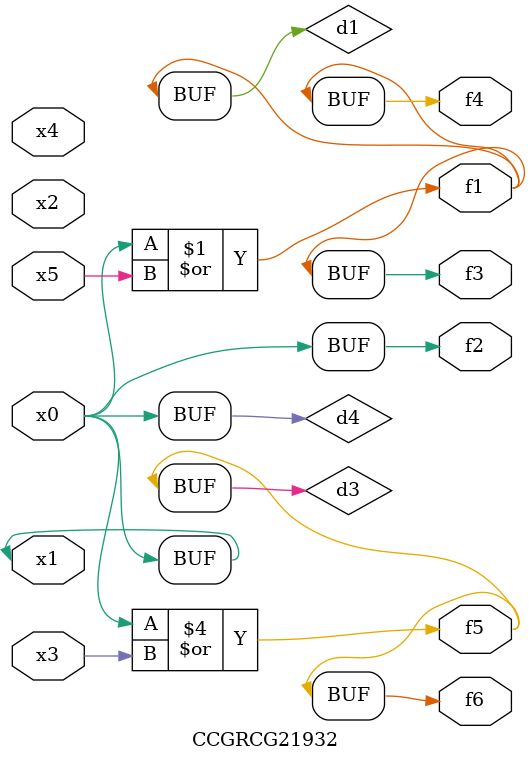
<source format=v>
module CCGRCG21932(
	input x0, x1, x2, x3, x4, x5,
	output f1, f2, f3, f4, f5, f6
);

	wire d1, d2, d3, d4;

	or (d1, x0, x5);
	xnor (d2, x1, x4);
	or (d3, x0, x3);
	buf (d4, x0, x1);
	assign f1 = d1;
	assign f2 = d4;
	assign f3 = d1;
	assign f4 = d1;
	assign f5 = d3;
	assign f6 = d3;
endmodule

</source>
